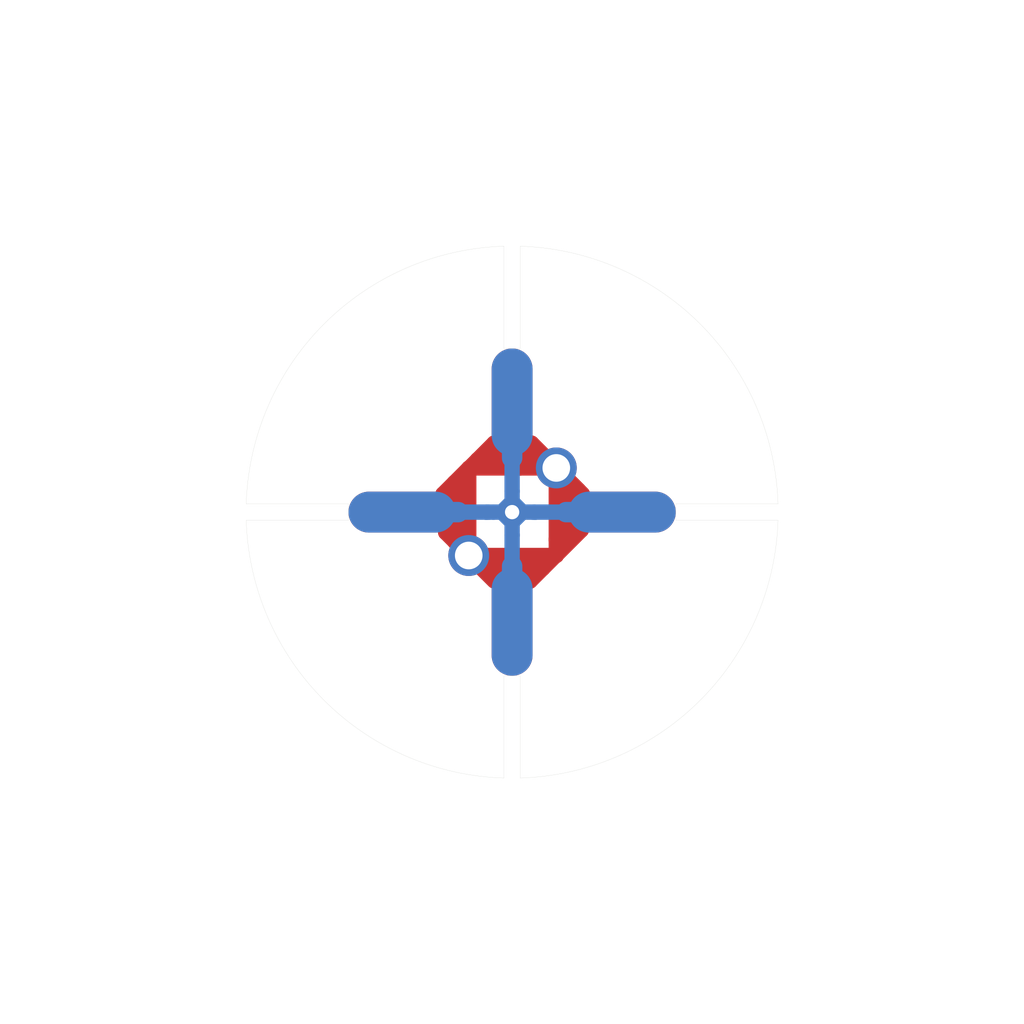
<source format=kicad_pcb>
(kicad_pcb (version 20171130) (host pcbnew "(5.1.6)-1")

  (general
    (thickness 1.6)
    (drawings 18)
    (tracks 124)
    (zones 0)
    (modules 5)
    (nets 3)
  )

  (page A4)
  (layers
    (0 F.Cu signal hide)
    (31 B.Cu signal)
    (32 B.Adhes user)
    (33 F.Adhes user)
    (34 B.Paste user)
    (35 F.Paste user)
    (36 B.SilkS user)
    (37 F.SilkS user)
    (38 B.Mask user)
    (39 F.Mask user)
    (40 Dwgs.User user)
    (41 Cmts.User user)
    (42 Eco1.User user)
    (43 Eco2.User user)
    (44 Edge.Cuts user)
    (45 Margin user)
    (46 B.CrtYd user hide)
    (47 F.CrtYd user hide)
    (48 B.Fab user hide)
    (49 F.Fab user hide)
  )

  (setup
    (last_trace_width 2)
    (user_trace_width 0.5)
    (user_trace_width 1)
    (user_trace_width 2)
    (trace_clearance 0.2)
    (zone_clearance 0.508)
    (zone_45_only no)
    (trace_min 0.2)
    (via_size 0.8)
    (via_drill 0.4)
    (via_min_size 0.4)
    (via_min_drill 0.3)
    (uvia_size 0.3)
    (uvia_drill 0.1)
    (uvias_allowed no)
    (uvia_min_size 0.2)
    (uvia_min_drill 0.1)
    (edge_width 0.02)
    (segment_width 0.2)
    (pcb_text_width 0.3)
    (pcb_text_size 1.5 1.5)
    (mod_edge_width 0.15)
    (mod_text_size 1 1)
    (mod_text_width 0.15)
    (pad_size 2.7 2.7)
    (pad_drill 2.7)
    (pad_to_mask_clearance 0.051)
    (solder_mask_min_width 0.25)
    (aux_axis_origin 0 0)
    (visible_elements 7EFFFF7F)
    (pcbplotparams
      (layerselection 0x01000_ffffffff)
      (usegerberextensions false)
      (usegerberattributes false)
      (usegerberadvancedattributes false)
      (creategerberjobfile false)
      (excludeedgelayer true)
      (linewidth 0.100000)
      (plotframeref false)
      (viasonmask false)
      (mode 1)
      (useauxorigin false)
      (hpglpennumber 1)
      (hpglpenspeed 20)
      (hpglpendiameter 15.000000)
      (psnegative false)
      (psa4output false)
      (plotreference true)
      (plotvalue true)
      (plotinvisibletext false)
      (padsonsilk false)
      (subtractmaskfromsilk false)
      (outputformat 1)
      (mirror false)
      (drillshape 0)
      (scaleselection 1)
      (outputdirectory "CAM/"))
  )

  (net 0 "")
  (net 1 /slot_r)
  (net 2 /slot_l)

  (net_class Default "This is the default net class."
    (clearance 0.2)
    (trace_width 1.5)
    (via_dia 0.8)
    (via_drill 0.4)
    (uvia_dia 0.3)
    (uvia_drill 0.1)
    (add_net /slot_l)
    (add_net /slot_r)
  )

  (module MountingHole:MountingHole_2.7mm_M2.5 (layer F.Cu) (tedit 5DF273BA) (tstamp 5F8E53F9)
    (at -15 -15 90)
    (descr "Mounting Hole 2.7mm, no annular, M2.5")
    (tags "mounting hole 2.7mm no annular m2.5")
    (attr virtual)
    (fp_text reference REF** (at 0 -3.7 90) (layer F.SilkS) hide
      (effects (font (size 1 1) (thickness 0.15)))
    )
    (fp_text value MountingHole_2.7mm_M2.5 (at 0 3.7 90) (layer F.Fab)
      (effects (font (size 1 1) (thickness 0.15)))
    )
    (fp_circle (center 0 0) (end 2.7 0) (layer Cmts.User) (width 0.15))
    (fp_circle (center 0 0) (end 2.95 0) (layer F.CrtYd) (width 0.05))
    (fp_text user %R (at 0.3 0 90) (layer F.Fab)
      (effects (font (size 1 1) (thickness 0.15)))
    )
    (pad 1 np_thru_hole circle (at 0 0 90) (size 2.7 2.7) (drill 2.7) (layers *.Cu *.Mask))
  )

  (module MountingHole:MountingHole_2.7mm_M2.5 (layer F.Cu) (tedit 5DF273BA) (tstamp 5F8E5C56)
    (at 15 -15)
    (descr "Mounting Hole 2.7mm, no annular, M2.5")
    (tags "mounting hole 2.7mm no annular m2.5")
    (attr virtual)
    (fp_text reference REF** (at 0 -3.7) (layer F.SilkS) hide
      (effects (font (size 1 1) (thickness 0.15)))
    )
    (fp_text value MountingHole_2.7mm_M2.5 (at 0 3.7) (layer F.Fab)
      (effects (font (size 1 1) (thickness 0.15)))
    )
    (fp_circle (center 0 0) (end 2.7 0) (layer Cmts.User) (width 0.15))
    (fp_circle (center 0 0) (end 2.95 0) (layer F.CrtYd) (width 0.05))
    (fp_text user %R (at 0.3 0) (layer F.Fab)
      (effects (font (size 1 1) (thickness 0.15)))
    )
    (pad 1 np_thru_hole circle (at 0 0) (size 2.7 2.7) (drill 2.7) (layers *.Cu *.Mask))
  )

  (module MountingHole:MountingHole_2.7mm_M2.5 (layer F.Cu) (tedit 5DF273BA) (tstamp 5F8E53F9)
    (at 15 15)
    (descr "Mounting Hole 2.7mm, no annular, M2.5")
    (tags "mounting hole 2.7mm no annular m2.5")
    (attr virtual)
    (fp_text reference REF** (at 0 -3.7) (layer F.SilkS) hide
      (effects (font (size 1 1) (thickness 0.15)))
    )
    (fp_text value MountingHole_2.7mm_M2.5 (at 0 3.7) (layer F.Fab)
      (effects (font (size 1 1) (thickness 0.15)))
    )
    (fp_circle (center 0 0) (end 2.7 0) (layer Cmts.User) (width 0.15))
    (fp_circle (center 0 0) (end 2.95 0) (layer F.CrtYd) (width 0.05))
    (fp_text user %R (at 0.3 0) (layer F.Fab)
      (effects (font (size 1 1) (thickness 0.15)))
    )
    (pad 1 np_thru_hole circle (at 0 0) (size 2.7 2.7) (drill 2.7) (layers *.Cu *.Mask))
  )

  (module eo-footprints:molex_sma_0732510250 (layer F.Cu) (tedit 5DF40F6D) (tstamp 5DF2D4E4)
    (at 0 0 45)
    (descr https://www.amphenolrf.com/downloads/dl/file/id/1793/product/2976/132134_14_customer_drawing.pdf)
    (tags "SMA THT Female Jack Vertical ExtendedLegs")
    (path /5DF2752D)
    (fp_text reference J1 (at 0.2 -3 45) (layer F.SilkS) hide
      (effects (font (size 1 1) (thickness 0.15)))
    )
    (fp_text value SMA_0732510250 (at 0.4 1 45) (layer F.Fab)
      (effects (font (size 1 1) (thickness 0.15)))
    )
    (fp_text user %R (at 0 -1 45) (layer F.Fab)
      (effects (font (size 1 1) (thickness 0.15)))
    )
    (pad 2 thru_hole circle (at -6 0 45) (size 4 4) (drill 2.7) (layers *.Cu *.Mask)
      (net 2 /slot_l))
    (pad 2 thru_hole circle (at 6.11 0 45) (size 4 4) (drill 2.7) (layers *.Cu *.Mask)
      (net 2 /slot_l))
    (pad 1 thru_hole circle (at 0 0 45) (size 2.1 2.1) (drill 1.4) (layers *.Cu *.Mask)
      (net 1 /slot_r))
    (model C:/Users/eric/Downloads/rosenberger-sma-2-hole-bulkhead-18-ghz-connector-1.snapshot.1/32K701-200E3.STEP
      (at (xyz 0 0 0))
      (scale (xyz 1 1 1))
      (rotate (xyz 0 0 0))
    )
  )

  (module MountingHole:MountingHole_2.7mm_M2.5 (layer F.Cu) (tedit 5DF273BA) (tstamp 5DF29128)
    (at -15 15)
    (descr "Mounting Hole 2.7mm, no annular, M2.5")
    (tags "mounting hole 2.7mm no annular m2.5")
    (attr virtual)
    (fp_text reference REF** (at 0 -3.7) (layer F.SilkS) hide
      (effects (font (size 1 1) (thickness 0.15)))
    )
    (fp_text value MountingHole_2.7mm_M2.5 (at 0 3.7) (layer F.Fab)
      (effects (font (size 1 1) (thickness 0.15)))
    )
    (fp_circle (center 0 0) (end 2.7 0) (layer Cmts.User) (width 0.15))
    (fp_circle (center 0 0) (end 2.95 0) (layer F.CrtYd) (width 0.05))
    (fp_text user %R (at 0.3 0) (layer F.Fab)
      (effects (font (size 1 1) (thickness 0.15)))
    )
    (pad 1 np_thru_hole circle (at 0 0) (size 2.7 2.7) (drill 2.7) (layers *.Cu *.Mask))
  )

  (gr_line (start 0.8 -16) (end -0.8 -16) (layer Edge.Cuts) (width 0.02))
  (gr_line (start -16 -0.8) (end -16 0.8) (layer Edge.Cuts) (width 0.02))
  (gr_line (start 0.8 16) (end -0.8 16) (layer Edge.Cuts) (width 0.02))
  (gr_line (start 16 -0.8) (end 16 0.8) (layer Edge.Cuts) (width 0.02))
  (gr_arc (start 0 0) (end 0.8 26) (angle -86.5) (layer Edge.Cuts) (width 0.02))
  (gr_arc (start 0 0) (end -26 0.8) (angle -86.5) (layer Edge.Cuts) (width 0.02))
  (gr_arc (start 0 0) (end -26 -0.8) (angle 86.5) (layer Edge.Cuts) (width 0.02))
  (gr_arc (start 0 0) (end 26 -0.8) (angle -86.5) (layer Edge.Cuts) (width 0.02))
  (gr_line (start -16 -0.8) (end -26 -0.8) (layer Edge.Cuts) (width 0.02))
  (gr_line (start -16 0.8) (end -26 0.8) (layer Edge.Cuts) (width 0.02))
  (gr_line (start 16 0.8) (end 26 0.8) (layer Edge.Cuts) (width 0.02))
  (gr_line (start 16 -0.8) (end 26 -0.8) (layer Edge.Cuts) (width 0.02))
  (gr_line (start -0.8 16) (end -0.8 26) (layer Edge.Cuts) (width 0.02))
  (gr_line (start 0.8 16) (end 0.8 26) (layer Edge.Cuts) (width 0.02))
  (gr_line (start -0.8 -16) (end -0.8 -26) (layer Edge.Cuts) (width 0.02))
  (gr_line (start 0.8 -16) (end 0.8 -26) (layer Edge.Cuts) (width 0.02))
  (gr_line (start 0 -50) (end 0 50) (layer Eco1.User) (width 0.15))
  (gr_line (start -50 0) (end 50 0) (layer Eco1.User) (width 0.15))

  (segment (start 7.5 0) (end 14 0) (width 4) (layer B.Cu) (net 1))
  (segment (start -7.5 0) (end -14 0) (width 4) (layer B.Cu) (net 1))
  (segment (start 0 7.5) (end 0 14) (width 4) (layer B.Cu) (net 1))
  (segment (start 0 -5.28998) (end 0.00001 -5.28999) (width 1.5) (layer B.Cu) (net 1))
  (segment (start 2.25 0) (end 5.28 0) (width 1.5) (layer B.Cu) (net 1))
  (segment (start 0 0) (end 2.25 0) (width 1.5) (layer B.Cu) (net 1))
  (segment (start 0 1) (end 1 0) (width 1.5) (layer B.Cu) (net 1))
  (segment (start 0 2.25) (end 0 5.28) (width 1.5) (layer B.Cu) (net 1))
  (segment (start 0 0) (end 0 2.25) (width 1.5) (layer B.Cu) (net 1))
  (segment (start -2.53 0) (end -2.25 0) (width 1.5) (layer B.Cu) (net 1))
  (segment (start -2.53 0) (end -5.28 0) (width 1.5) (layer B.Cu) (net 1))
  (segment (start -1 0) (end 0 1) (width 1.5) (layer B.Cu) (net 1))
  (segment (start -1 0) (end 0 -1) (width 1.5) (layer B.Cu) (net 1))
  (segment (start 0 -2.04) (end 0 -5.28998) (width 1.5) (layer B.Cu) (net 1))
  (segment (start -1 0) (end 0 -1) (width 1.5) (layer B.Cu) (net 1))
  (segment (start -1.84 0) (end -2.53 0) (width 1.5) (layer B.Cu) (net 1))
  (segment (start 0 0) (end -1.84 0) (width 1.5) (layer B.Cu) (net 1))
  (segment (start 0 0) (end 0 -2.04) (width 1.5) (layer B.Cu) (net 1))
  (segment (start 0 -1) (end 1 0) (width 1.5) (layer B.Cu) (net 1))
  (segment (start 2.25 0) (end 2.04 0) (width 1.5) (layer B.Cu) (net 1))
  (segment (start 0 -7.5) (end 0 -14) (width 4) (layer B.Cu) (net 1))
  (segment (start 7.5 0) (end 5.28 0) (width 2) (layer B.Cu) (net 1))
  (segment (start 0 -7.5) (end 0 -5.28998) (width 2) (layer B.Cu) (net 1))
  (segment (start -5.28 0) (end -7.5 0) (width 2) (layer B.Cu) (net 1))
  (segment (start 0 5.28) (end 0 7.5) (width 2) (layer B.Cu) (net 1))
  (segment (start 4.320422 4.222578) (end 4.316 4.227) (width 1.5) (layer F.Cu) (net 2))
  (segment (start 4.300359 4.242641) (end 4.320422 4.222578) (width 1.5) (layer F.Cu) (net 2))
  (segment (start -4.242641 -4.278641) (end -4.20086 -4.320422) (width 1.5) (layer F.Cu) (net 2))
  (segment (start 0.820422 -4.320422) (end 1.76001 -5.26001) (width 1.5) (layer F.Cu) (net 2))
  (segment (start 0.820422 -4.320422) (end 4.320422 -4.320422) (width 1.5) (layer F.Cu) (net 2))
  (segment (start 1.76001 -5.26001) (end 1.76001 -5.602351) (width 1.5) (layer F.Cu) (net 2))
  (segment (start 1.76001 -5.602351) (end 1.197649 -5.03999) (width 1.5) (layer F.Cu) (net 2))
  (segment (start 1.197649 -5.03999) (end -1.197649 -5.03999) (width 1.5) (layer F.Cu) (net 2))
  (segment (start -4.242641 0.257359) (end -4.242641 -0.4003) (width 1.5) (layer F.Cu) (net 2))
  (segment (start -4.242641 -0.4003) (end -5.602351 -1.76001) (width 1.5) (layer F.Cu) (net 2))
  (segment (start -4.242641 0.257359) (end -4.242641 -4.278641) (width 1.5) (layer F.Cu) (net 2))
  (segment (start -4.242641 4.242641) (end -4.242641 0.257359) (width 1.5) (layer F.Cu) (net 2))
  (segment (start -5.03999 1.197649) (end -5.602351 1.76001) (width 1.5) (layer F.Cu) (net 2))
  (segment (start -5.602351 -1.76001) (end -5.03999 -1.197649) (width 1.5) (layer F.Cu) (net 2))
  (segment (start -0.4003 4.242641) (end -1.76001 5.602351) (width 1.5) (layer F.Cu) (net 2))
  (segment (start 0.007359 4.242641) (end -0.4003 4.242641) (width 1.5) (layer F.Cu) (net 2))
  (segment (start 0.007359 4.242641) (end 4.300359 4.242641) (width 1.5) (layer F.Cu) (net 2))
  (segment (start -4.242641 4.242641) (end 0.007359 4.242641) (width 1.5) (layer F.Cu) (net 2))
  (segment (start 1.197649 5.03999) (end 1.76001 5.602351) (width 1.5) (layer F.Cu) (net 2))
  (segment (start -1.76001 5.602351) (end -1.197649 5.03999) (width 1.5) (layer F.Cu) (net 2))
  (segment (start 4.320422 0.478081) (end 5.602351 1.76001) (width 1.5) (layer F.Cu) (net 2))
  (segment (start 4.320422 -0.179578) (end 4.320422 0.478081) (width 1.5) (layer F.Cu) (net 2))
  (segment (start 4.320422 -4.320422) (end 4.320422 -0.179578) (width 1.5) (layer F.Cu) (net 2))
  (segment (start 5.03999 -1.197649) (end 5.602351 -1.76001) (width 1.5) (layer F.Cu) (net 2))
  (segment (start 5.602351 1.76001) (end 5.03999 1.197649) (width 1.5) (layer F.Cu) (net 2))
  (segment (start 5.03999 1.197649) (end 5.03999 -1.197649) (width 1.5) (layer F.Cu) (net 2))
  (segment (start -4.242641 -4.278641) (end -4.242641 -4.277379) (width 1.5) (layer F.Cu) (net 2))
  (segment (start -5.602351 -1.76001) (end -6.76001 -1.76001) (width 1.5) (layer F.Cu) (net 2))
  (segment (start -4.242641 -4.278641) (end -4.221359 -4.278641) (width 1.5) (layer F.Cu) (net 2))
  (segment (start -1.76001 -5.602351) (end -1.76001 -6.73999) (width 1.5) (layer F.Cu) (net 2))
  (segment (start -5.63501 -1.792669) (end -5.602351 -1.76001) (width 1.5) (layer F.Cu) (net 2))
  (segment (start -5.63501 -2.88501) (end -5.63501 -1.792669) (width 1.5) (layer F.Cu) (net 2))
  (segment (start -5.63501 -2.88501) (end -6.76001 -1.76001) (width 1.5) (layer F.Cu) (net 2))
  (segment (start -4.242641 -4.277379) (end -5.63501 -2.88501) (width 1.5) (layer F.Cu) (net 2))
  (segment (start -1.625 -5.125) (end -1.45383 -5.29617) (width 1.5) (layer F.Cu) (net 2))
  (segment (start -3.375 -5.125) (end -1.625 -5.125) (width 1.5) (layer F.Cu) (net 2))
  (segment (start -4.221359 -4.278641) (end -3.375 -5.125) (width 1.5) (layer F.Cu) (net 2))
  (segment (start -3.375 -5.125) (end -1.76001 -6.73999) (width 1.5) (layer F.Cu) (net 2))
  (segment (start -1.45383 -5.29617) (end -1.76001 -5.602351) (width 1.5) (layer F.Cu) (net 2))
  (segment (start -1.197649 -5.03999) (end -1.45383 -5.29617) (width 1.5) (layer F.Cu) (net 2))
  (segment (start 4.320422 -4.320422) (end 1.900854 -6.73999) (width 1.5) (layer F.Cu) (net 2))
  (segment (start 1.900854 -6.73999) (end 1.76001 -6.73999) (width 1.5) (layer F.Cu) (net 2))
  (segment (start 1.76001 -5.602351) (end 1.76001 -6.73999) (width 1.5) (layer F.Cu) (net 2))
  (segment (start 6.48999 -2.150854) (end 6.48999 -1.76001) (width 1.5) (layer F.Cu) (net 2))
  (segment (start 5.602351 -1.76001) (end 6.48999 -1.76001) (width 1.5) (layer F.Cu) (net 2))
  (segment (start 4.320422 -3.041939) (end 5.602351 -1.76001) (width 1.5) (layer F.Cu) (net 2))
  (segment (start 4.320422 -4.320422) (end 4.320422 -3.041939) (width 1.5) (layer F.Cu) (net 2))
  (segment (start 6.48999 -2.150854) (end 4.320422 -4.320422) (width 1.5) (layer F.Cu) (net 2))
  (segment (start 6.880834 -1.76001) (end 4.320422 -4.320422) (width 1.5) (layer F.Cu) (net 2))
  (segment (start 4.320422 4.199598) (end 6.76001 1.76001) (width 1.5) (layer F.Cu) (net 2))
  (segment (start 4.320422 4.222578) (end 4.320422 4.199598) (width 1.5) (layer F.Cu) (net 2))
  (segment (start 5.602351 1.76001) (end 6.76001 1.76001) (width 1.5) (layer F.Cu) (net 2))
  (segment (start 4.300359 4.242641) (end 4.257359 4.242641) (width 1.5) (layer F.Cu) (net 2))
  (segment (start 1.76001 5.602351) (end 1.76001 6.73999) (width 1.5) (layer F.Cu) (net 2))
  (segment (start 4.682783 2.679578) (end 5.602351 1.76001) (width 1.5) (layer F.Cu) (net 2))
  (segment (start 4.320422 2.679578) (end 4.682783 2.679578) (width 1.5) (layer F.Cu) (net 2))
  (segment (start 4.320422 2.679578) (end 4.320422 4.222578) (width 1.5) (layer F.Cu) (net 2))
  (segment (start 2.53999 5.03999) (end 3 5.5) (width 1.5) (layer F.Cu) (net 2))
  (segment (start 1.197649 5.03999) (end 2.53999 5.03999) (width 1.5) (layer F.Cu) (net 2))
  (segment (start 4.257359 4.242641) (end 3 5.5) (width 1.5) (layer F.Cu) (net 2))
  (segment (start 3 5.5) (end 1.76001 6.73999) (width 1.5) (layer F.Cu) (net 2))
  (segment (start -3.527379 4.242641) (end -1.76001 6.01001) (width 1.5) (layer F.Cu) (net 2))
  (segment (start -4.242641 4.242641) (end -3.527379 4.242641) (width 1.5) (layer F.Cu) (net 2))
  (segment (start -1.76001 5.602351) (end -1.76001 6.01001) (width 1.5) (layer F.Cu) (net 2))
  (segment (start -4.242641 4.242641) (end -1.76001 6.725272) (width 1.5) (layer F.Cu) (net 2))
  (segment (start -6.48999 1.995292) (end -4.242641 4.242641) (width 1.5) (layer F.Cu) (net 2))
  (segment (start -6.48999 1.76001) (end -6.48999 1.995292) (width 1.5) (layer F.Cu) (net 2))
  (segment (start -5.602351 1.76001) (end -6.48999 1.76001) (width 1.5) (layer F.Cu) (net 2))
  (segment (start -5.602351 2.882931) (end -4.242641 4.242641) (width 1.5) (layer F.Cu) (net 2))
  (segment (start -5.602351 1.76001) (end -5.602351 2.882931) (width 1.5) (layer F.Cu) (net 2))
  (segment (start -0.124527 -4.320422) (end -1.51001 -5.705905) (width 1) (layer F.Cu) (net 2))
  (segment (start 4.320422 -4.320422) (end -0.124527 -4.320422) (width 1) (layer F.Cu) (net 2))
  (segment (start 5.393544 -1.197649) (end 5.705905 -1.51001) (width 1) (layer F.Cu) (net 2))
  (segment (start 5.03999 -1.197649) (end 5.393544 -1.197649) (width 1) (layer F.Cu) (net 2))
  (segment (start 6 0) (end 14 0) (width 4) (layer F.Cu) (net 2))
  (segment (start 4.320422 0.124527) (end 5.705905 1.51001) (width 1) (layer F.Cu) (net 2))
  (segment (start 4.320422 0.478422) (end 4.320422 2.679578) (width 1.5) (layer F.Cu) (net 2))
  (segment (start 4.320422 0.478422) (end 4.320422 0.124527) (width 1) (layer F.Cu) (net 2))
  (segment (start 4.320422 -0.179578) (end 4.320422 0.478422) (width 1.5) (layer F.Cu) (net 2))
  (segment (start 0.820422 -4.320422) (end 1.51001 -5.01001) (width 1) (layer F.Cu) (net 2))
  (segment (start 1.51001 -5.01001) (end 1.51001 -5.705905) (width 1) (layer F.Cu) (net 2))
  (segment (start 0.604578 -4.320422) (end -0.124527 -4.320422) (width 1) (layer F.Cu) (net 2))
  (segment (start 0.604578 -4.320422) (end 0.820422 -4.320422) (width 1.5) (layer F.Cu) (net 2))
  (segment (start -4.20086 -4.320422) (end 0.604578 -4.320422) (width 1.5) (layer F.Cu) (net 2))
  (segment (start 0 -6) (end 0 -14) (width 4) (layer F.Cu) (net 2))
  (segment (start -5.03999 0.33701) (end -5.03999 0.844095) (width 1) (layer F.Cu) (net 2))
  (segment (start -5.03999 0.844095) (end -5.705905 1.51001) (width 1) (layer F.Cu) (net 2))
  (segment (start -5.03999 0.33701) (end -5.03999 1.197649) (width 1.5) (layer F.Cu) (net 2))
  (segment (start -5.03999 -1.197649) (end -5.03999 0.33701) (width 1.5) (layer F.Cu) (net 2))
  (segment (start -5.03999 -0.844095) (end -5.705905 -1.51001) (width 1) (layer F.Cu) (net 2))
  (segment (start -5.03999 0.33701) (end -5.03999 -0.844095) (width 1) (layer F.Cu) (net 2))
  (segment (start 0.12299 5.03999) (end 0.844095 5.03999) (width 1) (layer F.Cu) (net 2))
  (segment (start 0.12299 5.03999) (end 1.197649 5.03999) (width 1.5) (layer F.Cu) (net 2))
  (segment (start 0.844095 5.03999) (end 1.51001 5.705905) (width 1) (layer F.Cu) (net 2))
  (segment (start -1.197649 5.03999) (end 0.12299 5.03999) (width 1.5) (layer F.Cu) (net 2))
  (segment (start -0.844095 5.03999) (end -1.51001 5.705905) (width 1) (layer F.Cu) (net 2))
  (segment (start 0.12299 5.03999) (end -0.844095 5.03999) (width 1) (layer F.Cu) (net 2))
  (segment (start 0 6) (end 0 14) (width 4) (layer F.Cu) (net 2))
  (segment (start -6 0) (end -14 0) (width 4) (layer F.Cu) (net 2))

)

</source>
